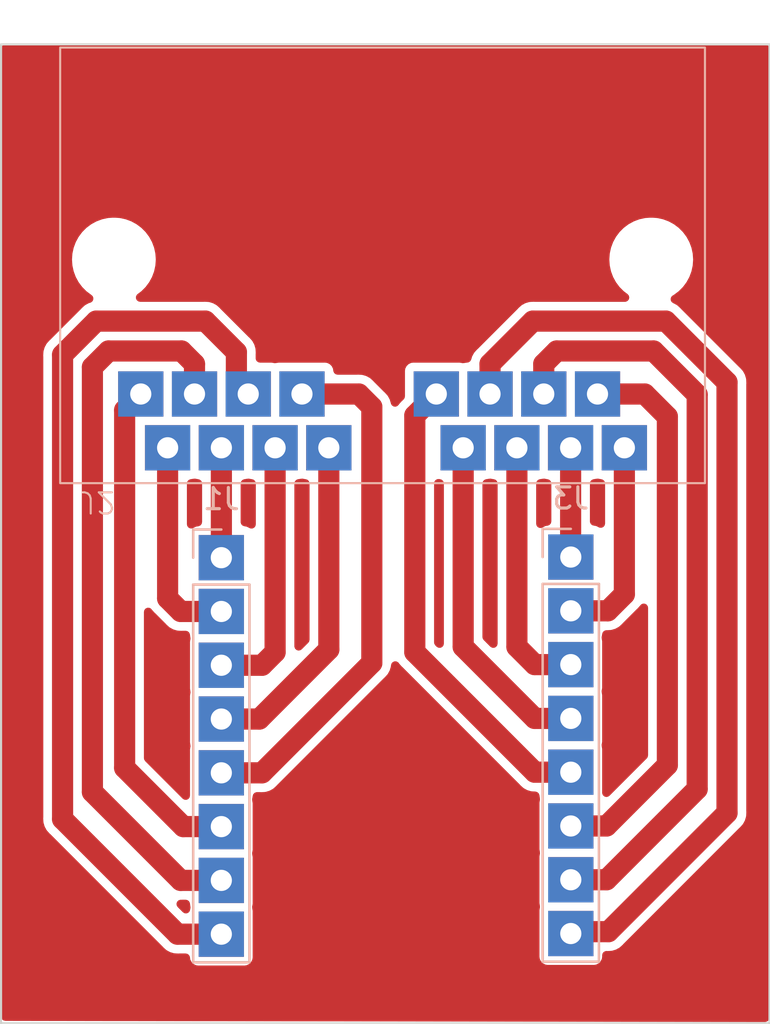
<source format=kicad_pcb>
(kicad_pcb (version 20221018) (generator pcbnew)
  (layers (0 "F.Cu" signal) (31 "B.Cu" signal) (34 "B.Paste" user) (35 "F.Paste" user) (36 "B.SilkS" user "B.Silkscreen") (37 "F.SilkS" user "F.Silkscreen") (38 "B.Mask" user) (39 "F.Mask" user) (44 "Edge.Cuts" user))
  (net 0 "")
  (net 1 "/CH1_1")
  (net 2 "/CH2_1")
  (net 3 "/CH3_1")
  (net 4 "/CH4_1")
  (net 5 "/CH1_2")
  (net 6 "/CH2_2")
  (net 7 "/CH3_2")
  (net 8 "/CH4_2")
  (net 9 "/CH5_1")
  (net 10 "/CH5_2")
  (net 11 "/CH6_1")
  (net 12 "/CH7_1")
  (net 13 "/CH8_1")
  (net 14 "/CH8_2")
  (net 15 "/CH7_2")
  (net 16 "/CH6_2")
  (footprint "TE_2xRJ45:TE_2xRJ45" (layer "B.Cu") (at 18.034 10.435)
    (fp_text reference "J2" (at -13.462 11.176 180 unlocked) (layer "B.SilkS") (effects (font (thickness 0.1)) (justify mirror)))
    (fp_text value "2xRJ_45")
    (fp_rect (start 15.24 -10.285) (end -15.24 10.285) (stroke (width 0.1)) (fill none) (layer "B.SilkS"))
    (pad "" np_thru_hole circle (at -12.7 -0.275) (size 3.25 3.25) (drill 3.45) (layers "F&B.Cu" "*.Mask"))
    (pad "" np_thru_hole circle (at 12.7 -0.275) (size 3.45 3.45) (drill 3.45) (layers "F&B.Cu" "*.Mask"))
    (pad "1_1" thru_hole rect (at -11.43 6.075) (size 2.14 2.14) (drill 1) (layers "*.Cu" "*.Mask") (net 11 "/CH6_1"))
    (pad "1_2" thru_hole rect (at -10.16 8.615) (size 2.14 2.14) (drill 1) (layers "*.Cu" "*.Mask") (net 2 "/CH2_1"))
    (pad "1_3" thru_hole rect (at -8.89 6.075) (size 2.14 2.14) (drill 1) (layers "*.Cu" "*.Mask") (net 12 "/CH7_1"))
    (pad "1_4" thru_hole rect (at -7.62 8.615) (size 2.14 2.14) (drill 1) (layers "*.Cu" "*.Mask") (net 1 "/CH1_1"))
    (pad "1_5" thru_hole rect (at -6.35 6.075) (size 2.14 2.14) (drill 1) (layers "*.Cu" "*.Mask") (net 13 "/CH8_1"))
    (pad "1_6" thru_hole rect (at -5.08 8.615) (size 2.14 2.14) (drill 1) (layers "*.Cu" "*.Mask") (net 3 "/CH3_1"))
    (pad "1_7" thru_hole rect (at -3.81 6.075) (size 2.14 2.14) (drill 1) (layers "*.Cu" "*.Mask") (net 9 "/CH5_1"))
    (pad "1_8" thru_hole rect (at -2.54 8.615) (size 2.14 2.14) (drill 1) (layers "*.Cu" "*.Mask") (net 4 "/CH4_1"))
    (pad "2_1" thru_hole rect (at 2.54 6.075) (size 2.14 2.14) (drill 1) (layers "*.Cu" "*.Mask") (net 10 "/CH5_2"))
    (pad "2_2" thru_hole rect (at 3.81 8.615) (size 2.14 2.14) (drill 1) (layers "*.Cu" "*.Mask") (net 8 "/CH4_2"))
    (pad "2_3" thru_hole rect (at 5.08 6.075) (size 2.14 2.14) (drill 1) (layers "*.Cu" "*.Mask") (net 14 "/CH8_2"))
    (pad "2_4" thru_hole rect (at 6.35 8.615) (size 2.14 2.14) (drill 1) (layers "*.Cu" "*.Mask") (net 7 "/CH3_2"))
    (pad "2_5" thru_hole rect (at 7.62 6.075) (size 2.14 2.14) (drill 1) (layers "*.Cu" "*.Mask") (net 15 "/CH7_2"))
    (pad "2_6" thru_hole rect (at 8.89 8.615) (size 2.14 2.14) (drill 1) (layers "*.Cu" "*.Mask") (net 5 "/CH1_2"))
    (pad "2_7" thru_hole rect (at 10.16 6.075) (size 2.14 2.14) (drill 1) (layers "*.Cu" "*.Mask") (net 16 "/CH6_2"))
    (pad "2_8" thru_hole rect (at 11.43 8.615) (size 2.14 2.14) (drill 1) (layers "*.Cu" "*.Mask") (net 6 "/CH2_2"))
  )
  (footprint "Connector_PinSocket_2.54mm:PinSocket_1x08_P2.54mm_Vertical" (layer "B.Cu") (at 26.932 24.21 180)
    (fp_text reference "J3" (at 0 2.77) (layer "B.SilkS") (effects (justify mirror)))
    (fp_text value "Conn_01x08_Socket")
    (fp_line (start -1.33 -19.11) (end 1.33 -19.11) (stroke (width 0.12)) (layer "B.SilkS"))
    (fp_line (start -1.33 -1.27) (end -1.33 -19.11) (stroke (width 0.12)) (layer "B.SilkS"))
    (fp_line (start -1.33 -1.27) (end 1.33 -1.27) (stroke (width 0.12)) (layer "B.SilkS"))
    (fp_line (start 0 1.33) (end 1.33 1.33) (stroke (width 0.12)) (layer "B.SilkS"))
    (fp_line (start 1.33 -1.27) (end 1.33 -19.11) (stroke (width 0.12)) (layer "B.SilkS"))
    (fp_line (start 1.33 1.33) (end 1.33 0) (stroke (width 0.12)) (layer "B.SilkS"))
    (pad "1" thru_hole rect (at 0 0 180) (size 2.14 2.14) (drill 1) (layers "*.Cu" "*.Mask") (net 5 "/CH1_2"))
    (pad "2" thru_hole rect (at 0 -2.54 180) (size 2.14 2.14) (drill 1) (layers "*.Cu" "*.Mask") (net 6 "/CH2_2"))
    (pad "3" thru_hole rect (at 0 -5.08 180) (size 2.14 2.14) (drill 1) (layers "*.Cu" "*.Mask") (net 7 "/CH3_2"))
    (pad "4" thru_hole rect (at 0 -7.62 180) (size 2.14 2.14) (drill 1) (layers "*.Cu" "*.Mask") (net 8 "/CH4_2"))
    (pad "5" thru_hole rect (at 0 -10.16 180) (size 2.14 2.14) (drill 1) (layers "*.Cu" "*.Mask") (net 10 "/CH5_2"))
    (pad "6" thru_hole rect (at 0 -12.7 180) (size 2.14 2.14) (drill 1) (layers "*.Cu" "*.Mask") (net 16 "/CH6_2"))
    (pad "7" thru_hole rect (at 0 -15.24 180) (size 2.14 2.14) (drill 1) (layers "*.Cu" "*.Mask") (net 15 "/CH7_2"))
    (pad "8" thru_hole rect (at 0 -17.78 180) (size 2.14 2.14) (drill 1) (layers "*.Cu" "*.Mask") (net 14 "/CH8_2"))
  )
  (footprint "Connector_PinSocket_2.54mm:PinSocket_1x08_P2.54mm_Vertical" (layer "B.Cu") (at 10.412 24.24 180)
    (fp_text reference "J1" (at 0 2.77) (layer "B.SilkS") (effects (justify mirror)))
    (fp_text value "Conn_01x08_Socket")
    (fp_line (start -1.33 -19.11) (end 1.33 -19.11) (stroke (width 0.12)) (layer "B.SilkS"))
    (fp_line (start -1.33 -1.27) (end -1.33 -19.11) (stroke (width 0.12)) (layer "B.SilkS"))
    (fp_line (start -1.33 -1.27) (end 1.33 -1.27) (stroke (width 0.12)) (layer "B.SilkS"))
    (fp_line (start 0 1.33) (end 1.33 1.33) (stroke (width 0.12)) (layer "B.SilkS"))
    (fp_line (start 1.33 -1.27) (end 1.33 -19.11) (stroke (width 0.12)) (layer "B.SilkS"))
    (fp_line (start 1.33 1.33) (end 1.33 0) (stroke (width 0.12)) (layer "B.SilkS"))
    (pad "1" thru_hole rect (at 0 0 180) (size 2.14 2.14) (drill 1) (layers "*.Cu" "*.Mask") (net 1 "/CH1_1"))
    (pad "2" thru_hole rect (at 0 -2.54 180) (size 2.14 2.14) (drill 1) (layers "*.Cu" "*.Mask") (net 2 "/CH2_1"))
    (pad "3" thru_hole rect (at 0 -5.08 180) (size 2.14 2.14) (drill 1) (layers "*.Cu" "*.Mask") (net 3 "/CH3_1"))
    (pad "4" thru_hole rect (at 0 -7.62 180) (size 2.14 2.14) (drill 1) (layers "*.Cu" "*.Mask") (net 4 "/CH4_1"))
    (pad "5" thru_hole rect (at 0 -10.16 180) (size 2.14 2.14) (drill 1) (layers "*.Cu" "*.Mask") (net 9 "/CH5_1"))
    (pad "6" thru_hole rect (at 0 -12.7 180) (size 2.14 2.14) (drill 1) (layers "*.Cu" "*.Mask") (net 11 "/CH6_1"))
    (pad "7" thru_hole rect (at 0 -15.24 180) (size 2.14 2.14) (drill 1) (layers "*.Cu" "*.Mask") (net 12 "/CH7_1"))
    (pad "8" thru_hole rect (at 0 -17.78 180) (size 2.14 2.14) (drill 1) (layers "*.Cu" "*.Mask") (net 13 "/CH8_1"))
  )
  (gr_rect (start 0 0) (end 36.322 46.228) (stroke (width 0.1)) (fill none) (layer "Edge.Cuts"))
  (segment (start 10.414 24.238) (end 10.412 24.24) (width 1) (layer "F.Cu") (net 1))
  (segment (start 10.414 19.05) (end 10.414 24.238) (width 1) (layer "F.Cu") (net 1))
  (segment (start 7.874 26.162) (end 7.874 19.05) (width 1) (layer "F.Cu") (net 2))
  (segment (start 8.492 26.78) (end 7.874 26.162) (width 1) (layer "F.Cu") (net 2))
  (segment (start 10.412 26.78) (end 8.492 26.78) (width 1) (layer "F.Cu") (net 2))
  (segment (start 12.954 19.05) (end 12.954 28.704) (width 1) (layer "F.Cu") (net 3))
  (segment (start 12.954 28.704) (end 12.338 29.32) (width 1) (layer "F.Cu") (net 3))
  (segment (start 12.338 29.32) (end 10.412 29.32) (width 1) (layer "F.Cu") (net 3))
  (segment (start 15.494 19.05) (end 15.494 28.575) (width 1) (layer "F.Cu") (net 4))
  (segment (start 15.494 28.575) (end 12.209 31.86) (width 1) (layer "F.Cu") (net 4))
  (segment (start 12.209 31.86) (end 10.412 31.86) (width 1) (layer "F.Cu") (net 4))
  (segment (start 26.924 24.202) (end 26.932 24.21) (width 1) (layer "F.Cu") (net 5))
  (segment (start 26.924 19.05) (end 26.924 24.202) (width 1) (layer "F.Cu") (net 5))
  (segment (start 29.464 19.05) (end 29.464 25.968) (width 1) (layer "F.Cu") (net 6))
  (segment (start 29.464 25.968) (end 28.682 26.75) (width 1) (layer "F.Cu") (net 6))
  (segment (start 28.682 26.75) (end 26.932 26.75) (width 1) (layer "F.Cu") (net 6))
  (segment (start 24.384 19.05) (end 24.384 28.448) (width 1) (layer "F.Cu") (net 7))
  (segment (start 25.226 29.29) (end 26.932 29.29) (width 1) (layer "F.Cu") (net 7))
  (segment (start 24.384 28.448) (end 25.226 29.29) (width 1) (layer "F.Cu") (net 7))
  (segment (start 25.226 31.83) (end 26.932 31.83) (width 1) (layer "F.Cu") (net 8))
  (segment (start 21.844 28.448) (end 25.226 31.83) (width 1) (layer "F.Cu") (net 8))
  (segment (start 21.844 19.05) (end 21.844 28.448) (width 1) (layer "F.Cu") (net 8))
  (segment (start 14.224 16.51) (end 16.914 16.51) (width 1) (layer "F.Cu") (net 9))
  (segment (start 16.914 16.51) (end 17.526 17.122) (width 1) (layer "F.Cu") (net 9))
  (segment (start 17.526 17.122) (end 17.526 29.21) (width 1) (layer "F.Cu") (net 9))
  (segment (start 12.336 34.4) (end 10.412 34.4) (width 1) (layer "F.Cu") (net 9))
  (segment (start 17.526 29.21) (end 12.336 34.4) (width 1) (layer "F.Cu") (net 9))
  (segment (start 25.226 34.37) (end 26.932 34.37) (width 1) (layer "F.Cu") (net 10))
  (segment (start 19.558 28.702) (end 25.226 34.37) (width 1) (layer "F.Cu") (net 10))
  (segment (start 19.558 17.526) (end 19.558 28.702) (width 1) (layer "F.Cu") (net 10))
  (segment (start 20.574 16.51) (end 19.558 17.526) (width 1) (layer "F.Cu") (net 10))
  (segment (start 5.842 17.272) (end 5.842 34.167) (width 1) (layer "F.Cu") (net 11))
  (segment (start 8.615 36.94) (end 10.412 36.94) (width 1) (layer "F.Cu") (net 11))
  (segment (start 6.604 16.51) (end 5.842 17.272) (width 1) (layer "F.Cu") (net 11))
  (segment (start 5.842 34.167) (end 8.615 36.94) (width 1) (layer "F.Cu") (net 11))
  (segment (start 4.318 15.24) (end 4.318 35.306) (width 1) (layer "F.Cu") (net 12))
  (segment (start 8.532 14.478) (end 5.08 14.478) (width 1) (layer "F.Cu") (net 12))
  (segment (start 9.144 16.51) (end 9.144 15.09) (width 1) (layer "F.Cu") (net 12))
  (segment (start 8.492 39.48) (end 10.412 39.48) (width 1) (layer "F.Cu") (net 12))
  (segment (start 5.08 14.478) (end 4.318 15.24) (width 1) (layer "F.Cu") (net 12))
  (segment (start 4.318 35.306) (end 8.492 39.48) (width 1) (layer "F.Cu") (net 12))
  (segment (start 9.144 15.09) (end 8.532 14.478) (width 1) (layer "F.Cu") (net 12))
  (segment (start 2.908 14.655959) (end 2.908 36.586) (width 1) (layer "F.Cu") (net 13))
  (segment (start 11.124 16.458) (end 11.124 14.53) (width 1) (layer "F.Cu") (net 13))
  (segment (start 11.124 14.53) (end 9.662 13.068) (width 1) (layer "F.Cu") (net 13))
  (segment (start 11.684 16.51) (end 11.176 16.51) (width 1) (layer "F.Cu") (net 13))
  (segment (start 8.342 42.02) (end 10.412 42.02) (width 1) (layer "F.Cu") (net 13))
  (segment (start 2.908 36.586) (end 8.342 42.02) (width 1) (layer "F.Cu") (net 13))
  (segment (start 4.495958 13.068) (end 2.908 14.655959) (width 1) (layer "F.Cu") (net 13))
  (segment (start 9.662 13.068) (end 4.495958 13.068) (width 1) (layer "F.Cu") (net 13))
  (segment (start 11.176 16.51) (end 11.124 16.458) (width 1) (layer "F.Cu") (net 13))
  (segment (start 25.136 13.068) (end 23.114 15.09) (width 1) (layer "F.Cu") (net 14))
  (segment (start 26.932 41.902) (end 28.71 41.902) (width 1) (layer "F.Cu") (net 14))
  (segment (start 26.932 41.99) (end 26.932 41.902) (width 1) (layer "F.Cu") (net 14))
  (segment (start 23.114 15.09) (end 23.114 16.51) (width 1) (layer "F.Cu") (net 14))
  (segment (start 28.71 41.902) (end 34.316 36.296) (width 1) (layer "F.Cu") (net 14))
  (segment (start 34.316 36.296) (end 34.316 15.953917) (width 1) (layer "F.Cu") (net 14))
  (segment (start 34.316 15.953917) (end 31.430083 13.068) (width 1) (layer "F.Cu") (net 14))
  (segment (start 31.430083 13.068) (end 25.136 13.068) (width 1) (layer "F.Cu") (net 14))
  (segment (start 26.266 14.478) (end 25.654 15.09) (width 1) (layer "F.Cu") (net 15))
  (segment (start 28.622 39.45) (end 32.906 35.166) (width 1) (layer "F.Cu") (net 15))
  (segment (start 32.906 16.537958) (end 30.846042 14.478) (width 1) (layer "F.Cu") (net 15))
  (segment (start 26.932 39.45) (end 28.622 39.45) (width 1) (layer "F.Cu") (net 15))
  (segment (start 25.654 15.09) (end 25.654 16.51) (width 1) (layer "F.Cu") (net 15))
  (segment (start 32.906 35.166) (end 32.906 16.537958) (width 1) (layer "F.Cu") (net 15))
  (segment (start 30.846042 14.478) (end 26.266 14.478) (width 1) (layer "F.Cu") (net 15))
  (segment (start 28.622 36.91) (end 31.496 34.036) (width 1) (layer "F.Cu") (net 16))
  (segment (start 30.428 16.51) (end 28.194 16.51) (width 1) (layer "F.Cu") (net 16))
  (segment (start 31.496 34.036) (end 31.496 17.578) (width 1) (layer "F.Cu") (net 16))
  (segment (start 31.496 17.578) (end 30.428 16.51) (width 1) (layer "F.Cu") (net 16))
  (segment (start 26.932 36.91) (end 28.622 36.91) (width 1) (layer "F.Cu") (net 16))
  (zone (net 0) (net_name "") (layer "F.Cu") (connect_pads (clearance 0.41)) (min_thickness 0.41) (fill yes (thermal_gap 0.41) (thermal_bridge_width 1) (island_removal_mode 1) (island_area_min 10))
    (polygon (pts (xy 0 0) (xy 0 46.116) (xy 36.322 46.1668) (xy 36.322 0)))
  )
)
</source>
